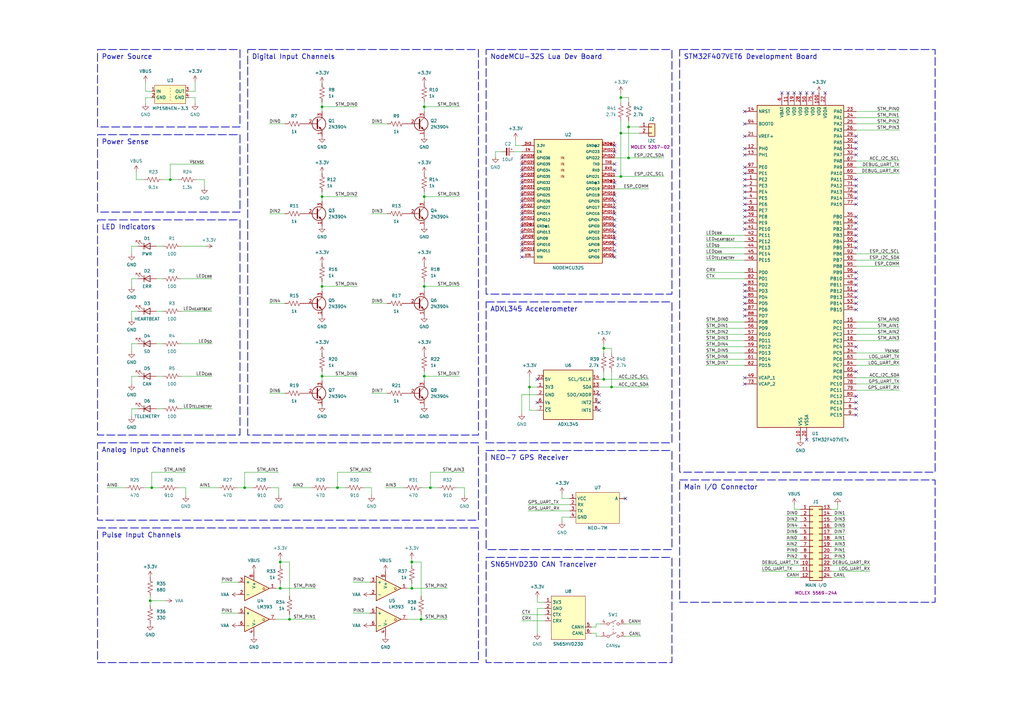
<source format=kicad_sch>
(kicad_sch (version 20230121) (generator eeschema)
  (paper "A3")
  (junction (at 257.81 64.77))
  (junction (at 118.745 254))
  (junction (at 250.825 158.75))
  (junction (at 62.23 200.025))
  (junction (at 114.935 241.3))
  (junction (at 100.33 200.025))
  (junction (at 132.08 117.475))
  (junction (at 254.635 40.005))
  (junction (at 247.65 155.575))
  (junction (at 173.99 154.305))
  (junction (at 132.08 43.815))
  (junction (at 176.53 200.025))
  (junction (at 247.65 142.875))
  (junction (at 138.43 200.025))
  (junction (at 254.635 54.61))
  (junction (at 132.08 154.305))
  (junction (at 69.85 73.66))
  (junction (at 173.99 80.645))
  (junction (at 257.81 52.07))
  (junction (at 132.08 80.645))
  (junction (at 254.635 72.39))
  (junction (at 168.91 230.505))
  (junction (at 114.935 230.505))
  (junction (at 173.99 43.815))
  (junction (at 61.595 246.38))
  (junction (at 173.99 117.475))
  (junction (at 217.17 158.75))
  (junction (at 168.91 241.3))
  (junction (at 172.72 254))
  (no_connect (at 252.095 85.09))
  (no_connect (at 320.675 38.1))
  (no_connect (at 256.54 204.47))
  (no_connect (at 305.435 45.72))
  (no_connect (at 252.095 90.17))
  (no_connect (at 245.745 165.1))
  (no_connect (at 305.435 124.46))
  (no_connect (at 252.095 102.87))
  (no_connect (at 351.155 170.18))
  (no_connect (at 323.215 38.1))
  (no_connect (at 213.995 67.31))
  (no_connect (at 305.435 81.28))
  (no_connect (at 220.345 155.575))
  (no_connect (at 351.155 124.46))
  (no_connect (at 305.435 91.44))
  (no_connect (at 213.995 102.87))
  (no_connect (at 305.435 88.9))
  (no_connect (at 213.995 105.41))
  (no_connect (at 245.745 168.275))
  (no_connect (at 351.155 88.9))
  (no_connect (at 213.995 80.01))
  (no_connect (at 213.995 97.79))
  (no_connect (at 305.435 60.96))
  (no_connect (at 305.435 127))
  (no_connect (at 213.995 85.09))
  (no_connect (at 351.155 167.64))
  (no_connect (at 252.095 100.33))
  (no_connect (at 252.095 95.25))
  (no_connect (at 351.155 114.3))
  (no_connect (at 330.835 38.1))
  (no_connect (at 330.835 180.34))
  (no_connect (at 305.435 71.12))
  (no_connect (at 252.095 74.93))
  (no_connect (at 351.155 111.76))
  (no_connect (at 351.155 55.88))
  (no_connect (at 213.995 69.85))
  (no_connect (at 351.155 101.6))
  (no_connect (at 351.155 63.5))
  (no_connect (at 252.095 69.85))
  (no_connect (at 351.155 142.24))
  (no_connect (at 351.155 73.66))
  (no_connect (at 252.095 62.23))
  (no_connect (at 245.745 161.925))
  (no_connect (at 213.995 74.93))
  (no_connect (at 351.155 78.74))
  (no_connect (at 252.095 97.79))
  (no_connect (at 351.155 83.82))
  (no_connect (at 305.435 78.74))
  (no_connect (at 328.295 38.1))
  (no_connect (at 213.995 72.39))
  (no_connect (at 252.095 59.69))
  (no_connect (at 338.455 38.1))
  (no_connect (at 351.155 99.06))
  (no_connect (at 351.155 116.84))
  (no_connect (at 351.155 96.52))
  (no_connect (at 351.155 58.42))
  (no_connect (at 213.995 82.55))
  (no_connect (at 351.155 121.92))
  (no_connect (at 351.155 76.2))
  (no_connect (at 351.155 119.38))
  (no_connect (at 333.375 38.1))
  (no_connect (at 305.435 73.66))
  (no_connect (at 351.155 91.44))
  (no_connect (at 305.435 50.8))
  (no_connect (at 213.995 77.47))
  (no_connect (at 305.435 93.98))
  (no_connect (at 305.435 63.5))
  (no_connect (at 305.435 129.54))
  (no_connect (at 252.095 80.01))
  (no_connect (at 351.155 81.28))
  (no_connect (at 305.435 83.82))
  (no_connect (at 305.435 68.58))
  (no_connect (at 213.995 64.77))
  (no_connect (at 351.155 60.96))
  (no_connect (at 305.435 55.88))
  (no_connect (at 305.435 86.36))
  (no_connect (at 305.435 121.92))
  (no_connect (at 252.095 67.31))
  (no_connect (at 305.435 154.94))
  (no_connect (at 252.095 82.55))
  (no_connect (at 213.995 100.33))
  (no_connect (at 351.155 127))
  (no_connect (at 351.155 165.1))
  (no_connect (at 213.995 95.25))
  (no_connect (at 325.755 38.1))
  (no_connect (at 305.435 119.38))
  (no_connect (at 213.995 90.17))
  (no_connect (at 213.995 87.63))
  (no_connect (at 252.095 92.71))
  (no_connect (at 220.345 165.1))
  (no_connect (at 252.095 87.63))
  (no_connect (at 305.435 116.84))
  (no_connect (at 305.435 76.2))
  (no_connect (at 213.995 92.71))
  (no_connect (at 252.095 105.41))
  (no_connect (at 351.155 162.56))
  (no_connect (at 351.155 93.98))
  (no_connect (at 305.435 157.48))
  (no_connect (at 351.155 152.4))
  (wire (pts (xy 340.995 226.695) (xy 346.71 226.695)))
  (wire (pts (xy 190.5 203.2) (xy 190.5 200.025)))
  (wire (pts (xy 53.975 140.97) (xy 56.515 140.97)))
  (wire (pts (xy 245.745 155.575) (xy 247.65 155.575)))
  (wire (pts (xy 351.155 149.86) (xy 368.935 149.86)))
  (wire (pts (xy 152.4 161.29) (xy 158.75 161.29)))
  (wire (pts (xy 59.69 40.005) (xy 62.23 40.005)))
  (wire (pts (xy 173.99 78.74) (xy 173.99 80.645)))
  (wire (pts (xy 138.43 200.025) (xy 138.43 193.675)))
  (wire (pts (xy 113.03 254) (xy 118.745 254)))
  (wire (pts (xy 351.155 109.22) (xy 368.935 109.22)))
  (wire (pts (xy 289.56 139.7) (xy 305.435 139.7)))
  (wire (pts (xy 53.975 117.475) (xy 53.975 114.3)))
  (wire (pts (xy 110.49 87.63) (xy 116.84 87.63)))
  (wire (pts (xy 252.095 64.77) (xy 257.81 64.77)))
  (wire (pts (xy 97.155 200.025) (xy 100.33 200.025)))
  (wire (pts (xy 351.155 134.62) (xy 368.935 134.62)))
  (wire (pts (xy 351.155 48.26) (xy 368.935 48.26)))
  (wire (pts (xy 74.295 140.97) (xy 86.995 140.97)))
  (wire (pts (xy 252.095 72.39) (xy 254.635 72.39)))
  (wire (pts (xy 132.08 117.475) (xy 132.08 119.38)))
  (wire (pts (xy 247.65 155.575) (xy 266.065 155.575)))
  (wire (pts (xy 173.99 154.305) (xy 188.595 154.305)))
  (wire (pts (xy 340.995 221.615) (xy 346.71 221.615)))
  (wire (pts (xy 220.345 247.015) (xy 223.52 247.015)))
  (wire (pts (xy 152.4 124.46) (xy 158.75 124.46)))
  (wire (pts (xy 190.5 200.025) (xy 187.325 200.025)))
  (wire (pts (xy 168.91 239.395) (xy 168.91 241.3)))
  (wire (pts (xy 53.975 127.635) (xy 56.515 127.635)))
  (wire (pts (xy 64.135 114.3) (xy 66.675 114.3)))
  (wire (pts (xy 69.85 73.66) (xy 69.85 67.31)))
  (wire (pts (xy 340.995 219.075) (xy 346.71 219.075)))
  (wire (pts (xy 230.505 202.565) (xy 230.505 204.47)))
  (wire (pts (xy 168.91 241.3) (xy 167.005 241.3)))
  (wire (pts (xy 64.135 127.635) (xy 66.675 127.635)))
  (wire (pts (xy 172.72 230.505) (xy 172.72 244.475)))
  (wire (pts (xy 173.99 154.305) (xy 173.99 156.21)))
  (wire (pts (xy 351.155 154.94) (xy 368.935 154.94)))
  (wire (pts (xy 144.78 251.46) (xy 151.765 251.46)))
  (wire (pts (xy 172.72 254) (xy 183.515 254)))
  (wire (pts (xy 118.745 230.505) (xy 118.745 244.475)))
  (wire (pts (xy 173.99 117.475) (xy 188.595 117.475)))
  (wire (pts (xy 59.69 42.545) (xy 59.69 40.005)))
  (wire (pts (xy 340.995 213.995) (xy 346.71 213.995)))
  (wire (pts (xy 168.91 230.505) (xy 172.72 230.505)))
  (wire (pts (xy 244.475 260.985) (xy 246.38 260.985)))
  (wire (pts (xy 64.135 167.64) (xy 66.675 167.64)))
  (wire (pts (xy 247.65 140.97) (xy 247.65 142.875)))
  (wire (pts (xy 351.155 147.32) (xy 368.935 147.32)))
  (wire (pts (xy 100.33 200.025) (xy 100.33 193.675)))
  (wire (pts (xy 76.2 203.2) (xy 76.2 200.025)))
  (wire (pts (xy 340.995 229.235) (xy 346.71 229.235)))
  (wire (pts (xy 266.065 77.47) (xy 252.095 77.47)))
  (wire (pts (xy 289.56 149.86) (xy 305.435 149.86)))
  (wire (pts (xy 118.745 252.095) (xy 118.745 254)))
  (wire (pts (xy 322.58 216.535) (xy 328.295 216.535)))
  (wire (pts (xy 135.255 200.025) (xy 138.43 200.025)))
  (wire (pts (xy 322.58 226.695) (xy 328.295 226.695)))
  (wire (pts (xy 247.65 142.875) (xy 247.65 144.78)))
  (wire (pts (xy 152.4 200.025) (xy 149.225 200.025)))
  (wire (pts (xy 254.635 54.61) (xy 262.255 54.61)))
  (wire (pts (xy 114.935 241.3) (xy 129.54 241.3)))
  (wire (pts (xy 110.49 50.8) (xy 116.84 50.8)))
  (wire (pts (xy 233.68 212.09) (xy 230.505 212.09)))
  (wire (pts (xy 118.745 254) (xy 129.54 254)))
  (wire (pts (xy 351.155 68.58) (xy 368.935 68.58)))
  (wire (pts (xy 322.58 236.855) (xy 328.295 236.855)))
  (wire (pts (xy 168.91 241.3) (xy 183.515 241.3)))
  (wire (pts (xy 61.595 248.285) (xy 61.595 246.38)))
  (wire (pts (xy 351.155 66.04) (xy 368.935 66.04)))
  (wire (pts (xy 289.56 96.52) (xy 305.435 96.52)))
  (wire (pts (xy 322.58 221.615) (xy 328.295 221.615)))
  (wire (pts (xy 120.015 200.025) (xy 127.635 200.025)))
  (wire (pts (xy 173.99 43.815) (xy 173.99 45.72)))
  (wire (pts (xy 59.69 37.465) (xy 62.23 37.465)))
  (wire (pts (xy 312.42 231.775) (xy 328.295 231.775)))
  (wire (pts (xy 168.91 229.235) (xy 168.91 230.505)))
  (wire (pts (xy 100.33 193.675) (xy 114.3 193.675)))
  (wire (pts (xy 257.81 49.53) (xy 257.81 52.07)))
  (wire (pts (xy 256.54 255.905) (xy 262.89 255.905)))
  (wire (pts (xy 132.08 117.475) (xy 146.685 117.475)))
  (wire (pts (xy 62.23 200.025) (xy 65.405 200.025)))
  (wire (pts (xy 138.43 193.675) (xy 152.4 193.675)))
  (wire (pts (xy 66.675 73.66) (xy 69.85 73.66)))
  (wire (pts (xy 74.295 154.305) (xy 86.995 154.305)))
  (wire (pts (xy 351.155 132.08) (xy 368.935 132.08)))
  (wire (pts (xy 110.49 124.46) (xy 116.84 124.46)))
  (wire (pts (xy 289.56 134.62) (xy 305.435 134.62)))
  (wire (pts (xy 322.58 224.155) (xy 328.295 224.155)))
  (wire (pts (xy 289.56 137.16) (xy 305.435 137.16)))
  (wire (pts (xy 351.155 45.72) (xy 368.935 45.72)))
  (wire (pts (xy 322.58 211.455) (xy 328.295 211.455)))
  (wire (pts (xy 217.17 158.75) (xy 217.17 168.275)))
  (wire (pts (xy 289.56 132.08) (xy 305.435 132.08)))
  (wire (pts (xy 351.155 160.02) (xy 368.935 160.02)))
  (wire (pts (xy 257.81 52.07) (xy 257.81 64.77)))
  (wire (pts (xy 244.475 257.175) (xy 244.475 255.905)))
  (wire (pts (xy 90.805 238.76) (xy 97.79 238.76)))
  (wire (pts (xy 64.135 100.965) (xy 66.675 100.965)))
  (wire (pts (xy 254.635 49.53) (xy 254.635 54.61)))
  (wire (pts (xy 53.975 104.14) (xy 53.975 100.965)))
  (wire (pts (xy 254.635 40.005) (xy 254.635 41.91)))
  (wire (pts (xy 90.805 251.46) (xy 97.79 251.46)))
  (wire (pts (xy 55.88 70.485) (xy 55.88 73.66)))
  (wire (pts (xy 254.635 72.39) (xy 272.415 72.39)))
  (wire (pts (xy 340.995 224.155) (xy 346.71 224.155)))
  (wire (pts (xy 217.17 158.75) (xy 220.345 158.75)))
  (wire (pts (xy 132.08 154.305) (xy 146.685 154.305)))
  (wire (pts (xy 256.54 260.985) (xy 262.89 260.985)))
  (wire (pts (xy 80.01 42.545) (xy 80.01 40.005)))
  (wire (pts (xy 69.85 73.66) (xy 73.025 73.66)))
  (wire (pts (xy 325.755 208.915) (xy 328.295 208.915)))
  (wire (pts (xy 61.595 246.38) (xy 61.595 244.475)))
  (wire (pts (xy 217.17 154.305) (xy 217.17 158.75)))
  (wire (pts (xy 138.43 200.025) (xy 141.605 200.025)))
  (wire (pts (xy 343.535 208.915) (xy 340.995 208.915)))
  (wire (pts (xy 132.08 43.815) (xy 146.685 43.815)))
  (wire (pts (xy 59.69 33.655) (xy 59.69 37.465)))
  (wire (pts (xy 351.155 144.78) (xy 368.935 144.78)))
  (wire (pts (xy 81.915 200.025) (xy 89.535 200.025)))
  (wire (pts (xy 220.345 249.555) (xy 220.345 259.715)))
  (wire (pts (xy 64.135 154.305) (xy 66.675 154.305)))
  (wire (pts (xy 74.295 167.64) (xy 86.995 167.64)))
  (wire (pts (xy 289.56 111.76) (xy 305.435 111.76)))
  (wire (pts (xy 144.78 238.76) (xy 151.765 238.76)))
  (wire (pts (xy 340.995 234.315) (xy 356.87 234.315)))
  (wire (pts (xy 213.995 161.925) (xy 213.995 169.545)))
  (wire (pts (xy 53.975 100.965) (xy 56.515 100.965)))
  (wire (pts (xy 69.85 67.31) (xy 83.82 67.31)))
  (wire (pts (xy 351.155 137.16) (xy 368.935 137.16)))
  (wire (pts (xy 340.995 231.775) (xy 356.87 231.775)))
  (wire (pts (xy 114.935 229.235) (xy 114.935 230.505)))
  (wire (pts (xy 242.57 257.175) (xy 244.475 257.175)))
  (wire (pts (xy 173.355 200.025) (xy 176.53 200.025)))
  (wire (pts (xy 254.635 38.1) (xy 254.635 40.005)))
  (wire (pts (xy 80.01 40.005) (xy 77.47 40.005)))
  (wire (pts (xy 80.01 37.465) (xy 77.47 37.465)))
  (wire (pts (xy 247.65 142.875) (xy 250.825 142.875)))
  (wire (pts (xy 351.155 53.34) (xy 368.935 53.34)))
  (wire (pts (xy 223.52 249.555) (xy 220.345 249.555)))
  (wire (pts (xy 322.58 213.995) (xy 328.295 213.995)))
  (wire (pts (xy 132.08 115.57) (xy 132.08 117.475)))
  (wire (pts (xy 289.56 142.24) (xy 305.435 142.24)))
  (wire (pts (xy 289.56 114.3) (xy 305.435 114.3)))
  (wire (pts (xy 340.995 216.535) (xy 346.71 216.535)))
  (wire (pts (xy 211.455 57.15) (xy 211.455 59.69)))
  (wire (pts (xy 351.155 104.14) (xy 368.935 104.14)))
  (wire (pts (xy 340.995 211.455) (xy 346.71 211.455)))
  (wire (pts (xy 250.825 152.4) (xy 250.825 158.75)))
  (wire (pts (xy 53.975 170.815) (xy 53.975 167.64)))
  (wire (pts (xy 254.635 54.61) (xy 254.635 72.39)))
  (wire (pts (xy 250.825 158.75) (xy 266.065 158.75)))
  (wire (pts (xy 173.99 152.4) (xy 173.99 154.305)))
  (wire (pts (xy 217.17 168.275) (xy 220.345 168.275)))
  (wire (pts (xy 114.935 241.3) (xy 113.03 241.3)))
  (wire (pts (xy 176.53 193.675) (xy 190.5 193.675)))
  (wire (pts (xy 62.23 200.025) (xy 62.23 193.675)))
  (wire (pts (xy 100.33 200.025) (xy 103.505 200.025)))
  (wire (pts (xy 132.08 43.815) (xy 132.08 45.72)))
  (wire (pts (xy 216.535 209.55) (xy 233.68 209.55)))
  (wire (pts (xy 322.58 229.235) (xy 328.295 229.235)))
  (wire (pts (xy 132.08 41.91) (xy 132.08 43.815)))
  (wire (pts (xy 351.155 106.68) (xy 368.935 106.68)))
  (wire (pts (xy 176.53 200.025) (xy 179.705 200.025)))
  (wire (pts (xy 64.135 140.97) (xy 66.675 140.97)))
  (wire (pts (xy 172.72 252.095) (xy 172.72 254)))
  (wire (pts (xy 110.49 161.29) (xy 116.84 161.29)))
  (wire (pts (xy 176.53 200.025) (xy 176.53 193.675)))
  (wire (pts (xy 322.58 219.075) (xy 328.295 219.075)))
  (wire (pts (xy 289.56 144.78) (xy 305.435 144.78)))
  (wire (pts (xy 53.975 130.81) (xy 53.975 127.635)))
  (wire (pts (xy 114.935 230.505) (xy 118.745 230.505)))
  (wire (pts (xy 213.995 254.635) (xy 223.52 254.635)))
  (wire (pts (xy 216.535 207.01) (xy 233.68 207.01)))
  (wire (pts (xy 289.56 99.06) (xy 305.435 99.06)))
  (wire (pts (xy 53.975 144.145) (xy 53.975 140.97)))
  (wire (pts (xy 173.99 43.815) (xy 188.595 43.815)))
  (wire (pts (xy 257.81 64.77) (xy 272.415 64.77)))
  (wire (pts (xy 230.505 204.47) (xy 233.68 204.47)))
  (wire (pts (xy 59.055 200.025) (xy 62.23 200.025)))
  (wire (pts (xy 351.155 71.12) (xy 368.935 71.12)))
  (wire (pts (xy 173.99 41.91) (xy 173.99 43.815)))
  (wire (pts (xy 254.635 40.005) (xy 257.81 40.005)))
  (wire (pts (xy 132.08 152.4) (xy 132.08 154.305)))
  (wire (pts (xy 210.82 62.23) (xy 213.995 62.23)))
  (wire (pts (xy 132.08 154.305) (xy 132.08 156.21)))
  (wire (pts (xy 152.4 87.63) (xy 158.75 87.63)))
  (wire (pts (xy 74.295 114.3) (xy 86.995 114.3)))
  (wire (pts (xy 203.2 64.135) (xy 203.2 62.23)))
  (wire (pts (xy 132.08 78.74) (xy 132.08 80.645)))
  (wire (pts (xy 132.08 80.645) (xy 146.685 80.645)))
  (wire (pts (xy 242.57 259.715) (xy 244.475 259.715)))
  (wire (pts (xy 173.99 80.645) (xy 188.595 80.645)))
  (wire (pts (xy 53.975 154.305) (xy 56.515 154.305)))
  (wire (pts (xy 351.155 139.7) (xy 368.935 139.7)))
  (wire (pts (xy 340.995 236.855) (xy 346.71 236.855)))
  (wire (pts (xy 343.535 207.01) (xy 343.535 208.915)))
  (wire (pts (xy 61.595 246.38) (xy 67.945 246.38)))
  (wire (pts (xy 250.825 142.875) (xy 250.825 144.78)))
  (wire (pts (xy 43.815 200.025) (xy 51.435 200.025)))
  (wire (pts (xy 257.81 40.005) (xy 257.81 41.91)))
  (wire (pts (xy 55.88 73.66) (xy 59.055 73.66)))
  (wire (pts (xy 325.755 207.01) (xy 325.755 208.915)))
  (wire (pts (xy 203.2 62.23) (xy 205.74 62.23)))
  (wire (pts (xy 211.455 59.69) (xy 213.995 59.69)))
  (wire (pts (xy 114.935 230.505) (xy 114.935 231.775)))
  (wire (pts (xy 74.295 127.635) (xy 86.995 127.635)))
  (wire (pts (xy 289.56 147.32) (xy 305.435 147.32)))
  (wire (pts (xy 230.505 212.09) (xy 230.505 213.995)))
  (wire (pts (xy 173.99 115.57) (xy 173.99 117.475)))
  (wire (pts (xy 80.01 33.655) (xy 80.01 37.465)))
  (wire (pts (xy 114.935 239.395) (xy 114.935 241.3)))
  (wire (pts (xy 289.56 104.14) (xy 305.435 104.14)))
  (wire (pts (xy 247.65 152.4) (xy 247.65 155.575)))
  (wire (pts (xy 168.91 230.505) (xy 168.91 231.775)))
  (wire (pts (xy 289.56 106.68) (xy 305.435 106.68)))
  (wire (pts (xy 76.2 200.025) (xy 73.025 200.025)))
  (wire (pts (xy 351.155 157.48) (xy 368.935 157.48)))
  (wire (pts (xy 152.4 50.8) (xy 158.75 50.8)))
  (wire (pts (xy 152.4 203.2) (xy 152.4 200.025)))
  (wire (pts (xy 114.3 203.2) (xy 114.3 200.025)))
  (wire (pts (xy 114.3 200.025) (xy 111.125 200.025)))
  (wire (pts (xy 53.975 114.3) (xy 56.515 114.3)))
  (wire (pts (xy 53.975 157.48) (xy 53.975 154.305)))
  (wire (pts (xy 244.475 259.715) (xy 244.475 260.985)))
  (wire (pts (xy 53.975 167.64) (xy 56.515 167.64)))
  (wire (pts (xy 213.995 252.095) (xy 223.52 252.095)))
  (wire (pts (xy 351.155 50.8) (xy 368.935 50.8)))
  (wire (pts (xy 158.115 200.025) (xy 165.735 200.025)))
  (wire (pts (xy 245.745 158.75) (xy 250.825 158.75)))
  (wire (pts (xy 257.81 52.07) (xy 262.255 52.07)))
  (wire (pts (xy 312.42 234.315) (xy 328.295 234.315)))
  (wire (pts (xy 84.455 100.965) (xy 74.295 100.965)))
  (wire (pts (xy 167.005 254) (xy 172.72 254)))
  (wire (pts (xy 83.82 73.66) (xy 80.645 73.66)))
  (wire (pts (xy 173.99 80.645) (xy 173.99 82.55)))
  (wire (pts (xy 83.82 76.835) (xy 83.82 73.66)))
  (wire (pts (xy 289.56 101.6) (xy 305.435 101.6)))
  (wire (pts (xy 220.345 161.925) (xy 213.995 161.925)))
  (wire (pts (xy 62.23 193.675) (xy 76.2 193.675)))
  (wire (pts (xy 220.345 245.11) (xy 220.345 247.015)))
  (wire (pts (xy 244.475 255.905) (xy 246.38 255.905)))
  (wire (pts (xy 173.99 117.475) (xy 173.99 119.38)))
  (wire (pts (xy 132.08 80.645) (xy 132.08 82.55)))
  (text_box "LED Indicators" (at 40.005 90.17 0) (size 58.42 88.265) (stroke (width 0.3) (type dash)) (effects (font (size 2 2) (thickness 0.254) bold) (justify left top)))
  (text_box "Power Source" (at 40.005 20.32 0) (size 58.42 31.75) (stroke (width 0.3) (type dash)) (effects (font (size 2 2) (thickness 0.254) bold) (justify left top)))
  (text_box "Main I/O Connector" (at 278.765 196.85 0) (size 104.775 50.165) (stroke (width 0.3) (type dash)) (effects (font (size 2 2) (thickness 0.254) bold) (justify left top)))
  (text_box "Digital Input Channels" (at 101.6 20.32 0) (size 94.615 158.115) (stroke (width 0.3) (type dash)) (effects (font (size 2 2) (thickness 0.254) bold) (justify left top)))
  (text_box "STM32F407VET6 Development Board" (at 278.765 20.32 0) (size 104.775 173.355) (stroke (width 0.3) (type dash)) (effects (font (size 2 2) (thickness 0.254) bold) (justify left top)))
  (text_box "NEO-7 GPS Receiver" (at 199.39 184.785 0) (size 76.2 40.64) (stroke (width 0.3) (type dash)) (effects (font (size 2 2) (thickness 0.254) bold) (justify left top)))
  (text_box "Power Sense" (at 40.005 55.245 0) (size 58.42 31.75) (stroke (width 0.3) (type dash)) (effects (font (size 2 2) (thickness 0.254) bold) (justify left top)))
  (text_box "Analog Input Channels" (at 40.005 181.61 0) (size 156.21 31.75) (stroke (width 0.3) (type dash)) (effects (font (size 2 2) (thickness 0.254) bold) (justify left top)))
  (text_box "Pulse Input Channels" (at 40.005 216.535 0) (size 156.21 55.245) (stroke (width 0.3) (type dash)) (effects (font (size 2 2) (thickness 0.254) bold) (justify left top)))
  (text_box "ADXL345 Accelerometer" (at 199.39 123.825 0) (size 76.2 57.785) (stroke (width 0.3) (type dash)) (effects (font (size 2 2) (thickness 0.254) bold) (justify left top)))
  (text_box "SN65HVD230 CAN Tranceiver" (at 199.39 228.6 0) (size 76.2 43.18) (stroke (width 0.3) (type dash)) (effects (font (size 2 2) (thickness 0.254) bold) (justify left top)))
  (text_box "NodeMCU-32S Lua Dev Board" (at 199.39 20.32 0) (size 76.2 100.33) (stroke (width 0.3) (type dash)) (effects (font (size 2 2) (thickness 0.254) bold) (justify left top)))
  (label "STM_DIN2" (at 289.56 137.16 0))
  (label "STM_DIN6" (at 289.56 147.32 0))
  (label "LED_{SD}" (at 289.56 101.6 0))
  (label "ACC_I2C_SDA" (at 368.935 154.94 180))
  (label "DIN4" (at 110.49 124.46 0))
  (label "PIN2" (at 144.78 238.76 0))
  (label "DIN5" (at 346.71 216.535 180))
  (label "STM_DIN7" (at 188.595 154.305 180))
  (label "LED_{TELEMETRY}" (at 86.995 167.64 180))
  (label "AIN3" (at 158.115 200.025 0))
  (label "STM_DIN4" (at 289.56 142.24 0))
  (label "LOG_UART_TX" (at 312.42 234.315 0))
  (label "STM_PIN3" (at 368.935 53.34 180))
  (label "ESP_I2C_SDA" (at 368.935 106.68 180))
  (label "STM_AIN1" (at 114.3 193.675 180))
  (label "STM_DIN7" (at 289.56 149.86 0))
  (label "LED_{CAN}" (at 86.995 154.305 180))
  (label "V_{SENSE}" (at 368.935 144.78 180))
  (label "DIN3" (at 152.4 87.63 0))
  (label "LED_{ERR}" (at 86.995 114.3 180))
  (label "STM_DIN1" (at 188.595 43.815 180))
  (label "CTX" (at 213.995 252.095 0))
  (label "DEBUG_UART_RX" (at 356.87 231.775 180))
  (label "ACC_I2C_SDA" (at 266.065 158.75 180))
  (label "LOG_UART_RX" (at 368.935 149.86 180))
  (label "STM_DIN0" (at 289.56 132.08 0))
  (label "STM_AIN3" (at 368.935 139.7 180))
  (label "LED_{ERR}" (at 289.56 96.52 0))
  (label "ESP_I2C_SCL" (at 272.415 72.39 180))
  (label "PIN0" (at 90.805 238.76 0))
  (label "DEBUG_UART_TX" (at 312.42 231.775 0))
  (label "STM_PIN2" (at 183.515 241.3 180))
  (label "AIN0" (at 43.815 200.025 0))
  (label "ACC_I2C_SCL" (at 368.935 66.04 180))
  (label "GPS_UART_RX" (at 216.535 209.55 0))
  (label "PIN2" (at 322.58 229.235 0))
  (label "STM_DIN6" (at 146.685 154.305 180))
  (label "DIN1" (at 346.71 211.455 180))
  (label "GPS_UART_TX" (at 216.535 207.01 0))
  (label "DIN2" (at 110.49 87.63 0))
  (label "STM_AIN3" (at 190.5 193.675 180))
  (label "DIN0" (at 110.49 50.8 0))
  (label "AIN2" (at 120.015 200.025 0))
  (label "DIN6" (at 110.49 161.29 0))
  (label "DIN1" (at 152.4 50.8 0))
  (label "CANH" (at 262.89 255.905 180))
  (label "STM_PIN1" (at 368.935 48.26 180))
  (label "PIN3" (at 144.78 251.46 0))
  (label "LED_{CAN}" (at 289.56 104.14 0))
  (label "STM_DIN0" (at 146.685 43.815 180))
  (label "AIN0" (at 322.58 221.615 0))
  (label "ACC_I2C_SCL" (at 266.065 155.575 180))
  (label "DIN7" (at 346.71 219.075 180))
  (label "STM_AIN2" (at 152.4 193.675 180))
  (label "STM_DIN2" (at 146.685 80.645 180))
  (label "LED_{HEARTBEAT}" (at 289.56 99.06 0))
  (label "AIN2" (at 322.58 224.155 0))
  (label "CANL" (at 346.71 236.855 180))
  (label "STM_AIN0" (at 368.935 132.08 180))
  (label "DEBUG_UART_RX" (at 368.935 71.12 180))
  (label "DIN6" (at 322.58 219.075 0))
  (label "CANH" (at 322.58 236.855 0))
  (label "STM_PIN3" (at 183.515 254 180))
  (label "STM_PIN1" (at 129.54 254 180))
  (label "STM_DIN4" (at 146.685 117.475 180))
  (label "STM_PIN0" (at 129.54 241.3 180))
  (label "DIN5" (at 152.4 124.46 0))
  (label "PIN0" (at 322.58 226.695 0))
  (label "DIN3" (at 346.71 213.995 180))
  (label "CANL" (at 262.89 260.985 180))
  (label "DIN7" (at 152.4 161.29 0))
  (label "ESP_COMM" (at 368.935 109.22 180))
  (label "GPS_UART_RX" (at 368.935 160.02 180))
  (label "LED_{HEARTBEAT}" (at 86.995 127.635 180))
  (label "PIN1" (at 346.71 226.695 180))
  (label "ESP_I2C_SCL" (at 368.935 104.14 180))
  (label "LOG_UART_TX" (at 368.935 147.32 180))
  (label "STM_AIN2" (at 368.935 137.16 180))
  (label "STM_DIN1" (at 289.56 134.62 0))
  (label "STM_AIN0" (at 76.2 193.675 180))
  (label "STM_AIN1" (at 368.935 134.62 180))
  (label "CRX" (at 289.56 111.76 0))
  (label "AIN3" (at 346.71 224.155 180))
  (label "ESP_I2C_SDA" (at 272.415 64.77 180))
  (label "GPS_UART_TX" (at 368.935 157.48 180))
  (label "DEBUG_UART_TX" (at 368.935 68.58 180))
  (label "V_{SENSE}" (at 83.82 67.31 180))
  (label "LED_{SD}" (at 86.995 140.97 180))
  (label "STM_DIN5" (at 289.56 144.78 0))
  (label "CTX" (at 289.56 114.3 0))
  (label "STM_PIN0" (at 368.935 45.72 180))
  (label "PIN3" (at 346.71 229.235 180))
  (label "ESP_COMM" (at 266.065 77.47 180))
  (label "DIN4" (at 322.58 216.535 0))
  (label "STM_PIN2" (at 368.935 50.8 180))
  (label "STM_DIN5" (at 188.595 117.475 180))
  (label "AIN1" (at 81.915 200.025 0))
  (label "DIN2" (at 322.58 213.995 0))
  (label "LED_{TELEMETRY}" (at 289.56 106.68 0))
  (label "AIN1" (at 346.71 221.615 180))
  (label "STM_DIN3" (at 289.56 139.7 0))
  (label "STM_DIN3" (at 188.595 80.645 180))
  (label "CRX" (at 213.995 254.635 0))
  (label "LOG_UART_RX" (at 356.87 234.315 180))
  (label "PIN1" (at 90.805 251.46 0))
  (label "DIN0" (at 322.58 211.455 0))
  (symbol (lib_id "power:+3.3V") (at 84.455 100.965 270) (unit 1)
    (property "Reference" "#PWR035" (effects hide))
    (property "Value" "+3.3V" (at 85.725 98.425 90))
  )
  (symbol (lib_id "Transistor_BJT:2N3904") (at 171.45 124.46 0) (unit 1)
    (property "Reference" "Q6" (at 176.53 123.19 0) (effects (justify left)))
    (property "Value" "2N3904" (at 176.53 125.73 0) (effects (justify left)))
    (property "Footprint" "Package_TO_SOT_THT:TO-92_Inline_Wide" (effects hide))
    (property "Datasheet" "https://www.onsemi.com/pub/Collateral/2N3903-D.PDF" (effects hide))
  )
  (symbol (lib_id "Device:R_US") (at 107.315 200.025 90) (unit 1)
    (property "Reference" "R28" (at 107.315 196.85 90))
    (property "Value" "910" (at 107.315 203.2 90))
    (property "Footprint" "Resistor_THT:R_Axial_DIN0207_L6.3mm_D2.5mm_P10.16mm_Horizontal" (effects hide))
  )
  (symbol (lib_id "power:VBUS") (at 325.755 207.01 0) (unit 1)
    (property "Reference" "#PWR060" (effects hide))
    (property "Value" "VBUS" (at 325.755 202.565 0))
  )
  (symbol (lib_id "power:GND") (at 173.99 166.37 0) (mirror y) (unit 1)
    (property "Reference" "#PWR031" (effects hide))
    (property "Value" "GND" (at 173.99 170.815 0))
  )
  (symbol (lib_id "power:+3.3V") (at 61.595 236.855 0) (unit 1)
    (property "Reference" "#PWR042" (effects hide))
    (property "Value" "+3.3V" (at 61.595 232.41 0))
  )
  (symbol (lib_id "Device:R_US") (at 70.485 140.97 270) (mirror x) (unit 1)
    (property "Reference" "R4" (at 70.485 137.795 90))
    (property "Value" "100" (at 70.485 144.145 90))
    (property "Footprint" "Resistor_THT:R_Axial_DIN0207_L6.3mm_D2.5mm_P10.16mm_Horizontal" (effects hide))
  )
  (symbol (lib_id "power:GND") (at 53.975 104.14 0) (unit 1)
    (property "Reference" "#PWR034" (effects hide))
    (property "Value" "GND" (at 53.975 108.585 0))
  )
  (symbol (lib_id "power:GND") (at 132.08 166.37 0) (mirror y) (unit 1)
    (property "Reference" "#PWR027" (effects hide))
    (property "Value" "GND" (at 132.08 170.815 0))
  )
  (symbol (lib_id "power:+3.3V") (at 247.65 140.97 0) (unit 1)
    (property "Reference" "#PWR054" (effects hide))
    (property "Value" "+3.3V" (at 247.65 136.525 0))
  )
  (symbol (lib_id "Device:LED") (at 60.325 167.64 0) (mirror x) (unit 1)
    (property "Reference" "D6" (at 60.325 164.465 0))
    (property "Value" "TELEMETRY" (at 60.325 170.815 0))
    (property "Footprint" "LED_THT:LED_D5.0mm_FlatTop" (effects hide))
  )
  (symbol (lib_id "Device:R_US") (at 93.345 200.025 90) (unit 1)
    (property "Reference" "R27" (at 93.345 196.85 90))
    (property "Value" "470" (at 93.345 203.2 90))
    (property "Footprint" "Resistor_THT:R_Axial_DIN0207_L6.3mm_D2.5mm_P10.16mm_Horizontal" (effects hide))
  )
  (symbol (lib_id "Device:LED") (at 60.325 154.305 0) (mirror x) (unit 1)
    (property "Reference" "D5" (at 60.325 151.13 0))
    (property "Value" "CAN" (at 60.325 157.48 0))
    (property "Footprint" "LED_THT:LED_D5.0mm_FlatTop" (effects hide))
  )
  (symbol (lib_id "LM393:LM393") (at 106.045 247.65 0) (unit 1)
    (property "Reference" "U4" (at 105.41 246.38 0) (effects (justify left)))
    (property "Value" "LM393" (at 105.41 248.92 0) (effects (justify left)))
    (property "Footprint" "Package_DIP:DIP-8_W7.62mm" (effects hide))
  )
  (symbol (lib_id "power:+3.3V") (at 168.91 229.235 0) (unit 1)
    (property "Reference" "#PWR051" (effects hide))
    (property "Value" "+3.3V" (at 168.91 224.79 0))
  )
  (symbol (lib_id "Device:R_US") (at 162.56 50.8 90) (unit 1)
    (property "Reference" "R9" (at 162.56 47.625 90))
    (property "Value" "1k" (at 162.56 53.975 90))
    (property "Footprint" "Resistor_THT:R_Axial_DIN0207_L6.3mm_D2.5mm_P10.16mm_Horizontal" (effects hide))
  )
  (symbol (lib_id "Device:R_US") (at 131.445 200.025 90) (unit 1)
    (property "Reference" "R29" (at 131.445 196.85 90))
    (property "Value" "470" (at 131.445 203.2 90))
    (property "Footprint" "Resistor_THT:R_Axial_DIN0207_L6.3mm_D2.5mm_P10.16mm_Horizontal" (effects hide))
  )
  (symbol (lib_id "Device:R_US") (at 120.65 50.8 90) (unit 1)
    (property "Reference" "R7" (at 120.65 47.625 90))
    (property "Value" "1k" (at 120.65 53.975 90))
    (property "Footprint" "Resistor_THT:R_Axial_DIN0207_L6.3mm_D2.5mm_P10.16mm_Horizontal" (effects hide))
  )
  (symbol (lib_id "Device:R_US") (at 173.99 74.93 0) (unit 1)
    (property "Reference" "R14" (at 175.895 73.66 0) (effects (justify left)))
    (property "Value" "1k" (at 175.895 76.2 0) (effects (justify left)))
    (property "Footprint" "Resistor_THT:R_Axial_DIN0207_L6.3mm_D2.5mm_P10.16mm_Horizontal" (effects hide))
  )
  (symbol (lib_id "power:+3.3V") (at 132.08 34.29 0) (unit 1)
    (property "Reference" "#PWR017" (effects hide))
    (property "Value" "+3.3V" (at 132.08 29.845 0))
  )
  (symbol (lib_id "Transistor_BJT:2N3904") (at 129.54 161.29 0) (unit 1)
    (property "Reference" "Q7" (at 134.62 160.02 0) (effects (justify left)))
    (property "Value" "2N3904" (at 134.62 162.56 0) (effects (justify left)))
    (property "Footprint" "Package_TO_SOT_THT:TO-92_Inline_Wide" (effects hide))
    (property "Datasheet" "https://www.onsemi.com/pub/Collateral/2N3903-D.PDF" (effects hide))
  )
  (symbol (lib_id "Device:R_US") (at 62.865 73.66 90) (unit 1)
    (property "Reference" "R23" (at 62.865 70.485 90))
    (property "Value" "9.1k" (at 62.865 76.835 90))
    (property "Footprint" "Resistor_THT:R_Axial_DIN0207_L6.3mm_D2.5mm_P10.16mm_Horizontal" (effects hide))
  )
  (symbol (lib_id "Device:R_US") (at 118.745 248.285 0) (unit 1)
    (property "Reference" "R34" (at 113.03 247.015 0) (effects (justify left)))
    (property "Value" "1k" (at 114.3 249.555 0) (effects (justify left)))
    (property "Footprint" "Resistor_THT:R_Axial_DIN0207_L6.3mm_D2.5mm_P10.16mm_Horizontal" (effects hide))
  )
  (symbol (lib_id "power:+3.3V") (at 80.01 33.655 0) (unit 1)
    (property "Reference" "#PWR04" (effects hide))
    (property "Value" "+3.3V" (at 80.01 29.21 0))
  )
  (symbol (lib_id "power:GND") (at 220.345 259.715 0) (mirror y) (unit 1)
    (property "Reference" "#PWR059" (effects hide))
    (property "Value" "GND" (at 220.345 264.16 0))
  )
  (symbol (lib_id "Device:R_US") (at 132.08 111.76 0) (unit 1)
    (property "Reference" "R16" (at 134.62 110.49 0) (effects (justify left)))
    (property "Value" "1k" (at 134.62 113.03 0) (effects (justify left)))
    (property "Footprint" "Resistor_THT:R_Axial_DIN0207_L6.3mm_D2.5mm_P10.16mm_Horizontal" (effects hide))
  )
  (symbol (lib_id "power:GND") (at 152.4 203.2 0) (mirror y) (unit 1)
    (property "Reference" "#PWR037" (effects hide))
    (property "Value" "GND" (at 152.4 207.645 0))
  )
  (symbol (lib_id "power:VBUS") (at 55.88 70.485 0) (unit 1)
    (property "Reference" "#PWR032" (effects hide))
    (property "Value" "VBUS" (at 55.88 66.04 0))
  )
  (symbol (lib_id "power:GND") (at 61.595 255.905 0) (mirror y) (unit 1)
    (property "Reference" "#PWR043" (effects hide))
    (property "Value" "GND" (at 61.595 260.35 0))
  )
  (symbol (lib_id "Device:R_US") (at 132.08 148.59 0) (unit 1)
    (property "Reference" "R20" (at 134.62 147.32 0) (effects (justify left)))
    (property "Value" "1k" (at 134.62 149.86 0) (effects (justify left)))
    (property "Footprint" "Resistor_THT:R_Axial_DIN0207_L6.3mm_D2.5mm_P10.16mm_Horizontal" (effects hide))
  )
  (symbol (lib_id "power:+3.3V") (at 173.99 107.95 0) (unit 1)
    (property "Reference" "#PWR028" (effects hide))
    (property "Value" "+3.3V" (at 173.99 103.505 0))
  )
  (symbol (lib_id "Device:R_US") (at 70.485 127.635 270) (mirror x) (unit 1)
    (property "Reference" "R3" (at 70.485 124.46 90))
    (property "Value" "100" (at 70.485 130.81 90))
    (property "Footprint" "Resistor_THT:R_Axial_DIN0207_L6.3mm_D2.5mm_P10.16mm_Horizontal" (effects hide))
  )
  (symbol (lib_id "power:VAA") (at 97.79 243.84 90) (unit 1)
    (property "Reference" "#PWR045" (effects hide))
    (property "Value" "VAA" (at 93.98 243.84 90) (effects (justify left)))
  )
  (symbol (lib_id "Device:R_US") (at 114.935 235.585 0) (unit 1)
    (property "Reference" "R33" (at 109.22 234.315 0) (effects (justify left)))
    (property "Value" "1k" (at 110.49 236.855 0) (effects (justify left)))
    (property "Footprint" "Resistor_THT:R_Axial_DIN0207_L6.3mm_D2.5mm_P10.16mm_Horizontal" (effects hide))
  )
  (symbol (lib_id "Device:R_US") (at 132.08 38.1 0) (unit 1)
    (property "Reference" "R8" (at 134.62 36.83 0) (effects (justify left)))
    (property "Value" "1k" (at 134.62 39.37 0) (effects (justify left)))
    (property "Footprint" "Resistor_THT:R_Axial_DIN0207_L6.3mm_D2.5mm_P10.16mm_Horizontal" (effects hide))
  )
  (symbol (lib_id "power:+3.3V") (at 230.505 202.565 0) (unit 1)
    (property "Reference" "#PWR055" (effects hide))
    (property "Value" "+3.3V" (at 230.505 198.12 0))
  )
  (symbol (lib_id "Device:LED") (at 60.325 127.635 0) (mirror x) (unit 1)
    (property "Reference" "D3" (at 60.325 124.46 0))
    (property "Value" "HEARTBEAT" (at 60.325 130.81 0))
    (property "Footprint" "LED_THT:LED_D5.0mm_FlatTop" (effects hide))
  )
  (symbol (lib_id "Connector_Generic:Conn_01x02") (at 267.335 52.07 0) (unit 1)
    (property "Reference" "J2" (at 267.335 48.895 0))
    (property "Value" "I2C" (at 267.335 57.785 0))
    (property "Footprint" "Connector_Molex:Molex_SPOX_5267-02A_1x02_P2.50mm_Vertical" (effects hide))
    (property "MODEL" "MOLEX 5267-02" (at 266.7 60.325 0))
  )
  (symbol (lib_id "power:VAA") (at 151.765 256.54 90) (unit 1)
    (property "Reference" "#PWR048" (effects hide))
    (property "Value" "VAA" (at 147.955 256.54 90) (effects (justify left)))
  )
  (symbol (lib_id "Device:R_US") (at 70.485 100.965 270) (mirror x) (unit 1)
    (property "Reference" "R1" (at 70.485 97.79 90))
    (property "Value" "100" (at 70.485 104.14 90))
    (property "Footprint" "Resistor_THT:R_Axial_DIN0207_L6.3mm_D2.5mm_P10.16mm_Horizontal" (effects hide))
  )
  (symbol (lib_id "power:+3.3V") (at 132.08 144.78 0) (unit 1)
    (property "Reference" "#PWR026" (effects hide))
    (property "Value" "+3.3V" (at 132.08 140.335 0))
  )
  (symbol (lib_id "Device:R_US") (at 250.825 148.59 0) (unit 1)
    (property "Reference" "R40" (at 252.73 147.32 0) (effects (justify left)))
    (property "Value" "2.7k" (at 252.73 149.86 0) (effects (justify left)))
    (property "Footprint" "Resistor_THT:R_Axial_DIN0207_L6.3mm_D2.5mm_P10.16mm_Horizontal" (effects hide))
  )
  (symbol (lib_id "Device:R_US") (at 173.99 148.59 0) (unit 1)
    (property "Reference" "R22" (at 176.53 147.32 0) (effects (justify left)))
    (property "Value" "1k" (at 176.53 149.86 0) (effects (justify left)))
    (property "Footprint" "Resistor_THT:R_Axial_DIN0207_L6.3mm_D2.5mm_P10.16mm_Horizontal" (effects hide))
  )
  (symbol (lib_id "Transistor_BJT:2N3904") (at 171.45 87.63 0) (unit 1)
    (property "Reference" "Q4" (at 176.53 86.36 0) (effects (justify left)))
    (property "Value" "2N3904" (at 176.53 88.9 0) (effects (justify left)))
    (property "Footprint" "Package_TO_SOT_THT:TO-92_Inline_Wide" (effects hide))
    (property "Datasheet" "https://www.onsemi.com/pub/Collateral/2N3903-D.PDF" (effects hide))
  )
  (symbol (lib_id "Transistor_BJT:2N3904") (at 129.54 87.63 0) (unit 1)
    (property "Reference" "Q3" (at 134.62 86.36 0) (effects (justify left)))
    (property "Value" "2N3904" (at 134.62 88.9 0) (effects (justify left)))
    (property "Footprint" "Package_TO_SOT_THT:TO-92_Inline_Wide" (effects hide))
    (property "Datasheet" "https://www.onsemi.com/pub/Collateral/2N3903-D.PDF" (effects hide))
  )
  (symbol (lib_id "power:GND") (at 203.2 64.135 0) (mirror y) (unit 1)
    (property "Reference" "#PWR062" (effects hide))
    (property "Value" "GND" (at 203.2 68.58 0))
  )
  (symbol (lib_id "Device:R_US") (at 120.65 87.63 90) (unit 1)
    (property "Reference" "R11" (at 120.65 84.455 90))
    (property "Value" "1k" (at 120.65 90.805 90))
    (property "Footprint" "Resistor_THT:R_Axial_DIN0207_L6.3mm_D2.5mm_P10.16mm_Horizontal" (effects hide))
  )
  (symbol (lib_id "power:GND") (at 343.535 207.01 0) (mirror x) (unit 1)
    (property "Reference" "#PWR061" (effects hide))
    (property "Value" "GND" (at 343.535 202.565 0))
  )
  (symbol (lib_id "power:GND") (at 59.69 42.545 0) (unit 1)
    (property "Reference" "#PWR02" (effects hide))
    (property "Value" "GND" (at 59.69 46.99 0))
  )
  (symbol (lib_id "Device:R_US") (at 183.515 200.025 90) (unit 1)
    (property "Reference" "R32" (at 183.515 196.85 90))
    (property "Value" "910" (at 183.515 203.2 90))
    (property "Footprint" "Resistor_THT:R_Axial_DIN0207_L6.3mm_D2.5mm_P10.16mm_Horizontal" (effects hide))
  )
  (symbol (lib_id "power:+3.3V") (at 173.99 34.29 0) (unit 1)
    (property "Reference" "#PWR018" (effects hide))
    (property "Value" "+3.3V" (at 173.99 29.845 0))
  )
  (symbol (lib_id "power:VAA") (at 97.79 256.54 90) (unit 1)
    (property "Reference" "#PWR046" (effects hide))
    (property "Value" "VAA" (at 93.98 256.54 90) (effects (justify left)))
  )
  (symbol (lib_id "power:+3.3V") (at 220.345 245.11 0) (unit 1)
    (property "Reference" "#PWR057" (effects hide))
    (property "Value" "+3.3V" (at 220.345 240.665 0))
  )
  (symbol (lib_id "power:GND") (at 83.82 76.835 0) (mirror y) (unit 1)
    (property "Reference" "#PWR033" (effects hide))
    (property "Value" "GND" (at 83.82 81.28 0))
  )
  (symbol (lib_id "NEO-7M:NEO-7M_MODULE") (at 245.11 200.66 0) (unit 1)
    (property "Reference" "U7" (at 245.11 200.025 0))
    (property "Value" "NEO-7M" (at 245.11 216.535 0))
    (property "Footprint" "footprints:GPS_MODULE" (effects hide))
  )
  (symbol (lib_id "Transistor_BJT:2N3904") (at 171.45 161.29 0) (unit 1)
    (property "Reference" "Q8" (at 176.53 160.02 0) (effects (justify left)))
    (property "Value" "2N3904" (at 176.53 162.56 0) (effects (justify left)))
    (property "Footprint" "Package_TO_SOT_THT:TO-92_Inline_Wide" (effects hide))
    (property "Datasheet" "https://www.onsemi.com/pub/Collateral/2N3903-D.PDF" (effects hide))
  )
  (symbol (lib_id "Device:R_US") (at 172.72 248.285 0) (unit 1)
    (property "Reference" "R38" (at 167.005 247.015 0) (effects (justify left)))
    (property "Value" "1k" (at 168.275 249.555 0) (effects (justify left)))
    (property "Footprint" "Resistor_THT:R_Axial_DIN0207_L6.3mm_D2.5mm_P10.16mm_Horizontal" (effects hide))
  )
  (symbol (lib_id "power:GND") (at 104.14 260.985 0) (mirror y) (unit 1)
    (property "Reference" "#PWR040" (effects hide))
    (property "Value" "GND" (at 104.14 265.43 0))
  )
  (symbol (lib_id "power:VBUS") (at 59.69 33.655 0) (unit 1)
    (property "Reference" "#PWR01" (effects hide))
    (property "Value" "VBUS" (at 59.69 29.21 0))
  )
  (symbol (lib_id "NODEMCU32S:NODEMCU32S") (at 231.775 80.01 0) (unit 1)
    (property "Reference" "U2" (at 233.045 55.245 0))
    (property "Value" "NODEMCU32S" (at 233.045 109.855 0))
    (property "Footprint" "footprints:NODEMCU32S" (effects hide))
    (property "MF" "AI-Thinker" (effects hide))
    (property "Description" "\nWIFI MODULE V1\n" (effects hide))
    (property "Package" "Package" (effects hide))
    (property "Price" "None" (effects hide))
    (property "SnapEDA_Link" "https://www.snapeda.com/parts/NODEMCU-32S/AI-Thinker/view-part/?ref=snap" (effects hide))
    (property "MP" "NODEMCU-32S" (effects hide))
    (property "Availability" "Not in stock" (effects hide))
    (property "Check_prices" "https://www.snapeda.com/parts/NODEMCU-32S/AI-Thinker/view-part/?ref=eda" (effects hide))
  )
  (symbol (lib_id "power:GND") (at 190.5 203.2 0) (mirror y) (unit 1)
    (property "Reference" "#PWR038" (effects hide))
    (property "Value" "GND" (at 190.5 207.645 0))
  )
  (symbol (lib_id "power:+3.3V") (at 217.17 154.305 0) (unit 1)
    (property "Reference" "#PWR052" (effects hide))
    (property "Value" "+3.3V" (at 217.17 149.86 0))
  )
  (symbol (lib_id "Device:R_US") (at 257.81 45.72 0) (unit 1)
    (property "Reference" "R42" (at 259.715 44.45 0) (effects (justify left)))
    (property "Value" "2.7k" (at 259.715 46.99 0) (effects (justify left)))
    (property "Footprint" "Resistor_THT:R_Axial_DIN0207_L6.3mm_D2.5mm_P10.16mm_Horizontal" (effects hide))
  )
  (symbol (lib_id "power:GND") (at 114.3 203.2 0) (mirror y) (unit 1)
    (property "Reference" "#PWR05" (effects hide))
    (property "Value" "GND" (at 114.3 207.645 0))
  )
  (symbol (lib_id "power:GND") (at 132.08 55.88 0) (mirror y) (unit 1)
    (property "Reference" "#PWR016" (effects hide))
    (property "Value" "GND" (at 132.08 60.325 0))
  )
  (symbol (lib_id "Device:R_US") (at 173.99 38.1 0) (unit 1)
    (property "Reference" "R10" (at 175.895 36.83 0) (effects (justify left)))
    (property "Value" "1k" (at 175.895 39.37 0) (effects (justify left)))
    (property "Footprint" "Resistor_THT:R_Axial_DIN0207_L6.3mm_D2.5mm_P10.16mm_Horizontal" (effects hide))
  )
  (symbol (lib_id "power:GND") (at 173.99 92.71 0) (mirror y) (unit 1)
    (property "Reference" "#PWR023" (effects hide))
    (property "Value" "GND" (at 173.99 97.155 0))
  )
  (symbol (lib_id "Transistor_BJT:2N3904") (at 171.45 50.8 0) (unit 1)
    (property "Reference" "Q2" (at 176.53 49.53 0) (effects (justify left)))
    (property "Value" "2N3904" (at 176.53 52.07 0) (effects (justify left)))
    (property "Footprint" "Package_TO_SOT_THT:TO-92_Inline_Wide" (effects hide))
    (property "Datasheet" "https://www.onsemi.com/pub/Collateral/2N3903-D.PDF" (effects hide))
  )
  (symbol (lib_id "power:GND") (at 173.99 129.54 0) (mirror y) (unit 1)
    (property "Reference" "#PWR029" (effects hide))
    (property "Value" "GND" (at 173.99 133.985 0))
  )
  (symbol (lib_id "Device:R_US") (at 61.595 240.665 0) (unit 1)
    (property "Reference" "R35" (at 64.135 239.395 0) (effects (justify left)))
    (property "Value" "680" (at 64.135 241.935 0) (effects (justify left)))
    (property "Footprint" "Resistor_THT:R_Axial_DIN0207_L6.3mm_D2.5mm_P10.16mm_Horizontal" (effects hide))
  )
  (symbol (lib_id "power:+3.3V") (at 211.455 57.15 0) (unit 1)
    (property "Reference" "#PWR063" (effects hide))
    (property "Value" "+3.3V" (at 211.455 52.705 0))
  )
  (symbol (lib_id "Device:R_US") (at 132.08 74.93 0) (unit 1)
    (property "Reference" "R12" (at 133.985 73.66 0) (effects (justify left)))
    (property "Value" "1k" (at 133.985 76.2 0) (effects (justify left)))
    (property "Footprint" "Resistor_THT:R_Axial_DIN0207_L6.3mm_D2.5mm_P10.16mm_Horizontal" (effects hide))
  )
  (symbol (lib_id "power:GND") (at 158.115 260.985 0) (mirror y) (unit 1)
    (property "Reference" "#PWR050" (effects hide))
    (property "Value" "GND" (at 158.115 265.43 0))
  )
  (symbol (lib_id "power:VBUS") (at 158.115 234.315 0) (unit 1)
    (property "Reference" "#PWR049" (effects hide))
    (property "Value" "VBUS" (at 158.115 229.87 0))
  )
  (symbol (lib_id "power:GND") (at 53.975 130.81 0) (unit 1)
    (property "Reference" "#PWR07" (effects hide))
    (property "Value" "GND" (at 53.975 135.255 0))
  )
  (symbol (lib_id "SN65HVD230:SN65HVD230_MODULE") (at 232.41 241.935 0) (unit 1)
    (property "Reference" "U8" (at 233.045 242.57 0))
    (property "Value" "SN65HVD230" (at 233.045 264.16 0))
    (property "Footprint" "footprints:SN65HVD230_MODULE" (effects hide))
  )
  (symbol (lib_id "Device:C_Polarized_Small") (at 208.28 62.23 270) (unit 1)
    (property "Reference" "C2" (at 208.28 59.055 90))
    (property "Value" "10uF" (at 208.28 65.405 90))
    (property "Footprint" "Capacitor_THT:CP_Radial_D5.0mm_P2.00mm" (effects hide))
  )
  (symbol (lib_id "MCU_ST_STM32F4:STM32F407VETx") (at 328.295 109.22 0) (unit 1)
    (property "Reference" "U1" (at 333.0291 177.8 0) (effects (justify left)))
    (property "Value" "STM32F407VETx" (at 333.0291 180.34 0) (effects (justify left)))
    (property "Footprint" "footprints:STM32F407_HOLDER" (effects hide))
    (property "Datasheet" "https://www.st.com/resource/en/datasheet/stm32f407ve.pdf" (effects hide))
  )
  (symbol (lib_id "power:GND") (at 53.975 170.815 0) (unit 1)
    (property "Reference" "#PWR013" (effects hide))
    (property "Value" "GND" (at 53.975 175.26 0))
  )
  (symbol (lib_id "power:+3.3V") (at 335.915 38.1 0) (unit 1)
    (property "Reference" "#PWR014" (effects hide))
    (property "Value" "+3.3V" (at 335.915 33.655 0))
  )
  (symbol (lib_id "Device:R_US") (at 120.65 161.29 90) (unit 1)
    (property "Reference" "R19" (at 120.65 158.115 90))
    (property "Value" "1k" (at 120.65 164.465 90))
    (property "Footprint" "Resistor_THT:R_Axial_DIN0207_L6.3mm_D2.5mm_P10.16mm_Horizontal" (effects hide))
  )
  (symbol (lib_id "power:GND") (at 76.2 203.2 0) (mirror y) (unit 1)
    (property "Reference" "#PWR036" (effects hide))
    (property "Value" "GND" (at 76.2 207.645 0))
  )
  (symbol (lib_id "Device:R_US") (at 162.56 87.63 90) (unit 1)
    (property "Reference" "R13" (at 162.56 84.455 90))
    (property "Value" "1k" (at 162.56 90.805 90))
    (property "Footprint" "Resistor_THT:R_Axial_DIN0207_L6.3mm_D2.5mm_P10.16mm_Horizontal" (effects hide))
  )
  (symbol (lib_id "Device:R_US") (at 120.65 124.46 90) (unit 1)
    (property "Reference" "R15" (at 120.65 121.285 90))
    (property "Value" "1k" (at 120.65 127.635 90))
    (property "Footprint" "Resistor_THT:R_Axial_DIN0207_L6.3mm_D2.5mm_P10.16mm_Horizontal" (effects hide))
  )
  (symbol (lib_id "power:VBUS") (at 104.14 234.315 0) (unit 1)
    (property "Reference" "#PWR039" (effects hide))
    (property "Value" "VBUS" (at 104.14 229.87 0))
  )
  (symbol (lib_id "power:+3.3V") (at 132.08 71.12 0) (unit 1)
    (property "Reference" "#PWR020" (effects hide))
    (property "Value" "+3.3V" (at 132.08 66.675 0))
  )
  (symbol (lib_id "power:GND") (at 328.295 180.34 0) (mirror y) (unit 1)
    (property "Reference" "#PWR015" (effects hide))
    (property "Value" "GND" (at 328.295 184.785 0))
  )
  (symbol (lib_id "power:GND") (at 173.99 55.88 0) (mirror y) (unit 1)
    (property "Reference" "#PWR019" (effects hide))
    (property "Value" "GND" (at 173.99 60.325 0))
  )
  (symbol (lib_id "Device:LED") (at 60.325 100.965 0) (mirror x) (unit 1)
    (property "Reference" "D1" (at 60.325 97.79 0))
    (property "Value" "PWR" (at 60.325 104.14 0))
    (property "Footprint" "LED_THT:LED_D5.0mm_FlatTop" (effects hide))
  )
  (symbol (lib_id "Device:R_US") (at 169.545 200.025 90) (unit 1)
    (property "Reference" "R31" (at 169.545 196.85 90))
    (property "Value" "470" (at 169.545 203.2 90))
    (property "Footprint" "Resistor_THT:R_Axial_DIN0207_L6.3mm_D2.5mm_P10.16mm_Horizontal" (effects hide))
  )
  (symbol (lib_id "Device:R_US") (at 76.835 73.66 90) (unit 1)
    (property "Reference" "R24" (at 76.835 70.485 90))
    (property "Value" "1.3k" (at 76.835 76.835 90))
    (property "Footprint" "Resistor_THT:R_Axial_DIN0207_L6.3mm_D2.5mm_P10.16mm_Horizontal" (effects hide))
  )
  (symbol (lib_name "SW_DPST_1") (lib_id "Switch:SW_DPST") (at 251.46 258.445 0) (unit 1)
    (property "Reference" "SW1" (at 251.46 252.095 0))
    (property "Value" "CAN_{SW}" (at 251.46 264.795 0))
    (property "Footprint" "footprints:TOGGLE_SWITCH" (effects hide))
  )
  (symbol (lib_id "Transistor_BJT:2N3904") (at 129.54 50.8 0) (unit 1)
    (property "Reference" "Q1" (at 134.62 49.53 0) (effects (justify left)))
    (property "Value" "2N3904" (at 134.62 52.07 0) (effects (justify left)))
    (property "Footprint" "Package_TO_SOT_THT:TO-92_Inline_Wide" (effects hide))
    (property "Datasheet" "https://www.onsemi.com/pub/Collateral/2N3903-D.PDF" (effects hide))
  )
  (symbol (lib_id "power:GND") (at 213.995 169.545 0) (mirror y) (unit 1)
    (property "Reference" "#PWR053" (effects hide))
    (property "Value" "GND" (at 213.995 173.99 0))
  )
  (symbol (lib_id "Device:R_US") (at 70.485 167.64 270) (mirror x) (unit 1)
    (property "Reference" "R6" (at 70.485 164.465 90))
    (property "Value" "100" (at 70.485 170.815 90))
    (property "Footprint" "Resistor_THT:R_Axial_DIN0207_L6.3mm_D2.5mm_P10.16mm_Horizontal" (effects hide))
  )
  (symbol (lib_id "power:+3.3V") (at 254.635 38.1 0) (unit 1)
    (property "Reference" "#PWR064" (effects hide))
    (property "Value" "+3.3V" (at 254.635 33.655 0))
  )
  (symbol (lib_id "Device:LED") (at 60.325 114.3 0) (mirror x) (unit 1)
    (property "Reference" "D2" (at 60.325 111.125 0))
    (property "Value" "ERR" (at 60.325 117.475 0))
    (property "Footprint" "LED_THT:LED_D5.0mm_FlatTop" (effects hide))
  )
  (symbol (lib_id "Connector_Generic:Conn_02x12_Top_Bottom") (at 333.375 221.615 0) (unit 1)
    (property "Reference" "J1" (at 334.645 205.74 0))
    (property "Value" "MAIN I/O" (at 334.645 240.03 0))
    (property "Footprint" "Connector_Molex:Molex_Mini-Fit_Jr_5569-24A1_2x12_P4.20mm_Horizontal" (effects hide))
    (property "Model" "MOLEX 5569-24A" (at 334.645 243.205 0))
  )
  (symbol (lib_id "power:GND") (at 230.505 213.995 0) (mirror y) (unit 1)
    (property "Reference" "#PWR058" (effects hide))
    (property "Value" "GND" (at 230.505 218.44 0))
  )
  (symbol (lib_id "power:+3.3V") (at 114.935 229.235 0) (unit 1)
    (property "Reference" "#PWR041" (effects hide))
    (property "Value" "+3.3V" (at 114.935 224.79 0))
  )
  (symbol (lib_id "power:+3.3V") (at 173.99 71.12 0) (unit 1)
    (property "Reference" "#PWR022" (effects hide))
    (property "Value" "+3.3V" (at 173.99 66.675 0))
  )
  (symbol (lib_id "Device:R_US") (at 55.245 200.025 90) (unit 1)
    (property "Reference" "R25" (at 55.245 196.85 90))
    (property "Value" "470" (at 55.245 203.2 90))
    (property "Footprint" "Resistor_THT:R_Axial_DIN0207_L6.3mm_D2.5mm_P10.16mm_Horizontal" (effects hide))
  )
  (symbol (lib_id "Device:LED") (at 60.325 140.97 0) (mirror x) (unit 1)
    (property "Reference" "D4" (at 60.325 137.795 0))
    (property "Value" "SD" (at 60.325 144.145 0))
    (property "Footprint" "LED_THT:LED_D5.0mm_FlatTop" (effects hide))
  )
  (symbol (lib_id "LM393:LM393") (at 160.02 247.65 0) (unit 1)
    (property "Reference" "U5" (at 159.385 246.38 0) (effects (justify left)))
    (property "Value" "LM393" (at 159.385 248.92 0) (effects (justify left)))
    (property "Footprint" "Package_DIP:DIP-8_W7.62mm" (effects hide))
  )
  (symbol (lib_id "MP1584EN:MP1584EN_MODULE") (at 69.85 32.385 0) (mirror y) (unit 1)
    (property "Reference" "U3" (at 69.85 33.02 0))
    (property "Value" "MP1584EN-3.3" (at 69.85 44.45 0))
    (property "Footprint" "footprints:MP1584EN_MODULE" (effects hide))
  )
  (symbol (lib_id "Device:R_US") (at 168.91 235.585 0) (unit 1)
    (property "Reference" "R37" (at 163.195 234.315 0) (effects (justify left)))
    (property "Value" "1k" (at 164.465 236.855 0) (effects (justify left)))
    (property "Footprint" "Resistor_THT:R_Axial_DIN0207_L6.3mm_D2.5mm_P10.16mm_Horizontal" (effects hide))
  )
  (symbol (lib_id "Device:R_US") (at 61.595 252.095 0) (unit 1)
    (property "Reference" "R36" (at 64.135 250.825 0) (effects (justify left)))
    (property "Value" "330" (at 64.135 253.365 0) (effects (justify left)))
    (property "Footprint" "Resistor_THT:R_Axial_DIN0207_L6.3mm_D2.5mm_P10.16mm_Horizontal" (effects hide))
  )
  (symbol (lib_id "power:GND") (at 53.975 117.475 0) (unit 1)
    (property "Reference" "#PWR06" (effects hide))
    (property "Value" "GND" (at 53.975 121.92 0))
  )
  (symbol (lib_id "power:VAA") (at 151.765 243.84 90) (unit 1)
    (property "Reference" "#PWR047" (effects hide))
    (property "Value" "VAA" (at 147.955 243.84 90) (effects (justify left)))
  )
  (symbol (lib_id "power:+3.3V") (at 173.99 144.78 0) (unit 1)
    (property "Reference" "#PWR030" (effects hide))
    (property "Value" "+3.3V" (at 173.99 140.335 0))
  )
  (symbol (lib_id "Device:R_US") (at 162.56 124.46 90) (unit 1)
    (property "Reference" "R17" (at 162.56 121.285 90))
    (property "Value" "1k" (at 162.56 127.635 90))
    (property "Footprint" "Resistor_THT:R_Axial_DIN0207_L6.3mm_D2.5mm_P10.16mm_Horizontal" (effects hide))
  )
  (symbol (lib_id "Device:R_US") (at 254.635 45.72 0) (unit 1)
    (property "Reference" "R41" (at 248.92 44.45 0) (effects (justify left)))
    (property "Value" "2.7k" (at 252.73 46.99 0) (effects (justify right)))
    (property "Footprint" "Resistor_THT:R_Axial_DIN0207_L6.3mm_D2.5mm_P10.16mm_Horizontal" (effects hide))
  )
  (symbol (lib_id "Device:R_US") (at 70.485 114.3 270) (mirror x) (unit 1)
    (property "Reference" "R2" (at 70.485 111.125 90))
    (property "Value" "100" (at 70.485 117.475 90))
    (property "Footprint" "Resistor_THT:R_Axial_DIN0207_L6.3mm_D2.5mm_P10.16mm_Horizontal" (effects hide))
  )
  (symbol (lib_id "power:GND") (at 53.975 157.48 0) (unit 1)
    (property "Reference" "#PWR012" (effects hide))
    (property "Value" "GND" (at 53.975 161.925 0))
  )
  (symbol (lib_id "power:GND") (at 132.08 129.54 0) (mirror y) (unit 1)
    (property "Reference" "#PWR025" (effects hide))
    (property "Value" "GND" (at 132.08 133.985 0))
  )
  (symbol (lib_id "Device:R_US") (at 145.415 200.025 90) (unit 1)
    (property "Reference" "R30" (at 145.415 196.85 90))
    (property "Value" "910" (at 145.415 203.2 90))
    (property "Footprint" "Resistor_THT:R_Axial_DIN0207_L6.3mm_D2.5mm_P10.16mm_Horizontal" (effects hide))
  )
  (symbol (lib_id "power:GND") (at 53.975 144.145 0) (unit 1)
    (property "Reference" "#PWR011" (effects hide))
    (property "Value" "GND" (at 53.975 148.59 0))
  )
  (symbol (lib_id "Device:R_US") (at 70.485 154.305 270) (mirror x) (unit 1)
    (property "Reference" "R5" (at 70.485 151.13 90))
    (property "Value" "100" (at 70.485 157.48 90))
    (property "Footprint" "Resistor_THT:R_Axial_DIN0207_L6.3mm_D2.5mm_P10.16mm_Horizontal" (effects hide))
  )
  (symbol (lib_id "power:GND") (at 132.08 92.71 0) (mirror y) (unit 1)
    (property "Reference" "#PWR021" (effects hide))
    (property "Value" "GND" (at 132.08 97.155 0))
  )
  (symbol (lib_id "Device:R_US") (at 69.215 200.025 90) (unit 1)
    (property "Reference" "R26" (at 69.215 196.85 90))
    (property "Value" "910" (at 69.215 203.2 90))
    (property "Footprint" "Resistor_THT:R_Axial_DIN0207_L6.3mm_D2.5mm_P10.16mm_Horizontal" (effects hide))
  )
  (symbol (lib_id "Device:R_US") (at 173.99 111.76 0) (unit 1)
    (property "Reference" "R18" (at 176.53 110.49 0) (effects (justify left)))
    (property "Value" "1k" (at 176.53 113.03 0) (effects (justify left)))
    (property "Footprint" "Resistor_THT:R_Axial_DIN0207_L6.3mm_D2.5mm_P10.16mm_Horizontal" (effects hide))
  )
  (symbol (lib_id "Device:R_US") (at 247.65 148.59 0) (unit 1)
    (property "Reference" "R39" (at 241.935 147.32 0) (effects (justify left)))
    (property "Value" "2.7k" (at 245.745 149.86 0) (effects (justify right)))
    (property "Footprint" "Resistor_THT:R_Axial_DIN0207_L6.3mm_D2.5mm_P10.16mm_Horizontal" (effects hide))
  )
  (symbol (lib_id "ADXL345:ADXL345_MODULE") (at 232.41 146.05 0) (mirror y) (unit 1)
    (property "Reference" "U6" (at 233.045 149.86 0))
    (property "Value" "ADXL345" (at 233.045 173.99 0))
    (property "Footprint" "footprints:ADXL345_MODULE" (effects hide))
  )
  (symbol (lib_id "Device:R_US") (at 162.56 161.29 90) (unit 1)
    (property "Reference" "R21" (at 162.56 158.115 90))
    (property "Value" "1k" (at 162.56 164.465 90))
    (property "Footprint" "Resistor_THT:R_Axial_DIN0207_L6.3mm_D2.5mm_P10.16mm_Horizontal" (effects hide))
  )
  (symbol (lib_id "Transistor_BJT:2N3904") (at 129.54 124.46 0) (unit 1)
    (property "Reference" "Q5" (at 134.62 123.19 0) (effects (justify left)))
    (property "Value" "2N3904" (at 134.62 125.73 0) (effects (justify left)))
    (property "Footprint" "Package_TO_SOT_THT:TO-92_Inline_Wide" (effects hide))
    (property "Datasheet" "https://www.onsemi.com/pub/Collateral/2N3903-D.PDF" (effects hide))
  )
  (symbol (lib_id "power:+3.3V") (at 132.08 107.95 0) (unit 1)
    (property "Reference" "#PWR024" (effects hide))
    (property "Value" "+3.3V" (at 132.08 103.505 0))
  )
  (symbol (lib_id "power:VAA") (at 67.945 246.38 270) (unit 1)
    (property "Reference" "#PWR044" (effects hide))
    (property "Value" "VAA" (at 71.755 246.38 90) (effects (justify left)))
  )
  (symbol (lib_id "power:GND") (at 80.01 42.545 0) (mirror y) (unit 1)
    (property "Reference" "#PWR03" (effects hide))
    (property "Value" "GND" (at 80.01 46.99 0))
  )
)
</source>
